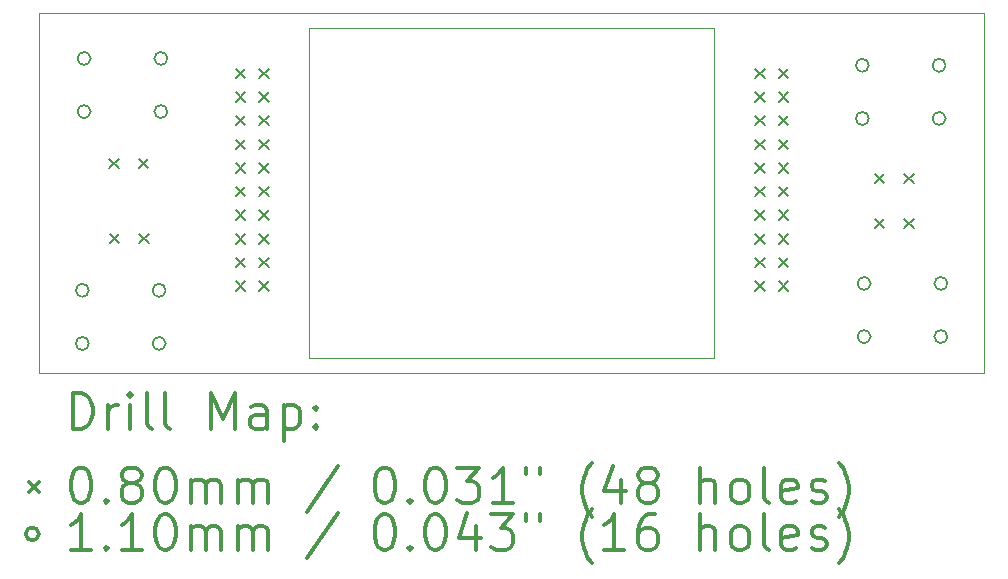
<source format=gbr>
%FSLAX45Y45*%
G04 Gerber Fmt 4.5, Leading zero omitted, Abs format (unit mm)*
G04 Created by KiCad (PCBNEW 5.1.5+dfsg1-2build2) date 2020-12-17 22:11:00*
%MOMM*%
%LPD*%
G04 APERTURE LIST*
%TA.AperFunction,Profile*%
%ADD10C,0.050000*%
%TD*%
%ADD11C,0.200000*%
%ADD12C,0.300000*%
G04 APERTURE END LIST*
D10*
X9017000Y-7747000D02*
X9017000Y-4953000D01*
X12446000Y-7747000D02*
X9017000Y-7747000D01*
X12446000Y-4953000D02*
X12446000Y-7747000D01*
X9017000Y-4953000D02*
X12446000Y-4953000D01*
X6731000Y-7874000D02*
X6731000Y-4826000D01*
X14732000Y-7874000D02*
X6731000Y-7874000D01*
X14732000Y-4826000D02*
X14732000Y-7874000D01*
X6731000Y-4826000D02*
X14732000Y-4826000D01*
D11*
X12796000Y-5294000D02*
X12876000Y-5374000D01*
X12876000Y-5294000D02*
X12796000Y-5374000D01*
X12796000Y-5494000D02*
X12876000Y-5574000D01*
X12876000Y-5494000D02*
X12796000Y-5574000D01*
X12796000Y-5694000D02*
X12876000Y-5774000D01*
X12876000Y-5694000D02*
X12796000Y-5774000D01*
X12796000Y-5894000D02*
X12876000Y-5974000D01*
X12876000Y-5894000D02*
X12796000Y-5974000D01*
X12796000Y-6094000D02*
X12876000Y-6174000D01*
X12876000Y-6094000D02*
X12796000Y-6174000D01*
X12796000Y-6294000D02*
X12876000Y-6374000D01*
X12876000Y-6294000D02*
X12796000Y-6374000D01*
X12796000Y-6494000D02*
X12876000Y-6574000D01*
X12876000Y-6494000D02*
X12796000Y-6574000D01*
X12796000Y-6694000D02*
X12876000Y-6774000D01*
X12876000Y-6694000D02*
X12796000Y-6774000D01*
X12796000Y-6894000D02*
X12876000Y-6974000D01*
X12876000Y-6894000D02*
X12796000Y-6974000D01*
X12796000Y-7094000D02*
X12876000Y-7174000D01*
X12876000Y-7094000D02*
X12796000Y-7174000D01*
X12996000Y-5294000D02*
X13076000Y-5374000D01*
X13076000Y-5294000D02*
X12996000Y-5374000D01*
X12996000Y-5494000D02*
X13076000Y-5574000D01*
X13076000Y-5494000D02*
X12996000Y-5574000D01*
X12996000Y-5694000D02*
X13076000Y-5774000D01*
X13076000Y-5694000D02*
X12996000Y-5774000D01*
X12996000Y-5894000D02*
X13076000Y-5974000D01*
X13076000Y-5894000D02*
X12996000Y-5974000D01*
X12996000Y-6094000D02*
X13076000Y-6174000D01*
X13076000Y-6094000D02*
X12996000Y-6174000D01*
X12996000Y-6294000D02*
X13076000Y-6374000D01*
X13076000Y-6294000D02*
X12996000Y-6374000D01*
X12996000Y-6494000D02*
X13076000Y-6574000D01*
X13076000Y-6494000D02*
X12996000Y-6574000D01*
X12996000Y-6694000D02*
X13076000Y-6774000D01*
X13076000Y-6694000D02*
X12996000Y-6774000D01*
X12996000Y-6894000D02*
X13076000Y-6974000D01*
X13076000Y-6894000D02*
X12996000Y-6974000D01*
X12996000Y-7094000D02*
X13076000Y-7174000D01*
X13076000Y-7094000D02*
X12996000Y-7174000D01*
X7330000Y-6691000D02*
X7410000Y-6771000D01*
X7410000Y-6691000D02*
X7330000Y-6771000D01*
X7580000Y-6691000D02*
X7660000Y-6771000D01*
X7660000Y-6691000D02*
X7580000Y-6771000D01*
X7326000Y-6056000D02*
X7406000Y-6136000D01*
X7406000Y-6056000D02*
X7326000Y-6136000D01*
X7576000Y-6056000D02*
X7656000Y-6136000D01*
X7656000Y-6056000D02*
X7576000Y-6136000D01*
X13807000Y-6183000D02*
X13887000Y-6263000D01*
X13887000Y-6183000D02*
X13807000Y-6263000D01*
X14057000Y-6183000D02*
X14137000Y-6263000D01*
X14137000Y-6183000D02*
X14057000Y-6263000D01*
X8396000Y-5294000D02*
X8476000Y-5374000D01*
X8476000Y-5294000D02*
X8396000Y-5374000D01*
X8396000Y-5494000D02*
X8476000Y-5574000D01*
X8476000Y-5494000D02*
X8396000Y-5574000D01*
X8396000Y-5694000D02*
X8476000Y-5774000D01*
X8476000Y-5694000D02*
X8396000Y-5774000D01*
X8396000Y-5894000D02*
X8476000Y-5974000D01*
X8476000Y-5894000D02*
X8396000Y-5974000D01*
X8396000Y-6094000D02*
X8476000Y-6174000D01*
X8476000Y-6094000D02*
X8396000Y-6174000D01*
X8396000Y-6294000D02*
X8476000Y-6374000D01*
X8476000Y-6294000D02*
X8396000Y-6374000D01*
X8396000Y-6494000D02*
X8476000Y-6574000D01*
X8476000Y-6494000D02*
X8396000Y-6574000D01*
X8396000Y-6694000D02*
X8476000Y-6774000D01*
X8476000Y-6694000D02*
X8396000Y-6774000D01*
X8396000Y-6894000D02*
X8476000Y-6974000D01*
X8476000Y-6894000D02*
X8396000Y-6974000D01*
X8396000Y-7094000D02*
X8476000Y-7174000D01*
X8476000Y-7094000D02*
X8396000Y-7174000D01*
X8596000Y-5294000D02*
X8676000Y-5374000D01*
X8676000Y-5294000D02*
X8596000Y-5374000D01*
X8596000Y-5494000D02*
X8676000Y-5574000D01*
X8676000Y-5494000D02*
X8596000Y-5574000D01*
X8596000Y-5694000D02*
X8676000Y-5774000D01*
X8676000Y-5694000D02*
X8596000Y-5774000D01*
X8596000Y-5894000D02*
X8676000Y-5974000D01*
X8676000Y-5894000D02*
X8596000Y-5974000D01*
X8596000Y-6094000D02*
X8676000Y-6174000D01*
X8676000Y-6094000D02*
X8596000Y-6174000D01*
X8596000Y-6294000D02*
X8676000Y-6374000D01*
X8676000Y-6294000D02*
X8596000Y-6374000D01*
X8596000Y-6494000D02*
X8676000Y-6574000D01*
X8676000Y-6494000D02*
X8596000Y-6574000D01*
X8596000Y-6694000D02*
X8676000Y-6774000D01*
X8676000Y-6694000D02*
X8596000Y-6774000D01*
X8596000Y-6894000D02*
X8676000Y-6974000D01*
X8676000Y-6894000D02*
X8596000Y-6974000D01*
X8596000Y-7094000D02*
X8676000Y-7174000D01*
X8676000Y-7094000D02*
X8596000Y-7174000D01*
X13807000Y-6564000D02*
X13887000Y-6644000D01*
X13887000Y-6564000D02*
X13807000Y-6644000D01*
X14057000Y-6564000D02*
X14137000Y-6644000D01*
X14137000Y-6564000D02*
X14057000Y-6644000D01*
X13756000Y-5265000D02*
G75*
G03X13756000Y-5265000I-55000J0D01*
G01*
X13756000Y-5715000D02*
G75*
G03X13756000Y-5715000I-55000J0D01*
G01*
X14406000Y-5265000D02*
G75*
G03X14406000Y-5265000I-55000J0D01*
G01*
X14406000Y-5715000D02*
G75*
G03X14406000Y-5715000I-55000J0D01*
G01*
X7167000Y-5207000D02*
G75*
G03X7167000Y-5207000I-55000J0D01*
G01*
X7167000Y-5657000D02*
G75*
G03X7167000Y-5657000I-55000J0D01*
G01*
X7817000Y-5207000D02*
G75*
G03X7817000Y-5207000I-55000J0D01*
G01*
X7817000Y-5657000D02*
G75*
G03X7817000Y-5657000I-55000J0D01*
G01*
X13771000Y-7112000D02*
G75*
G03X13771000Y-7112000I-55000J0D01*
G01*
X13771000Y-7562000D02*
G75*
G03X13771000Y-7562000I-55000J0D01*
G01*
X14421000Y-7112000D02*
G75*
G03X14421000Y-7112000I-55000J0D01*
G01*
X14421000Y-7562000D02*
G75*
G03X14421000Y-7562000I-55000J0D01*
G01*
X7152000Y-7170000D02*
G75*
G03X7152000Y-7170000I-55000J0D01*
G01*
X7152000Y-7620000D02*
G75*
G03X7152000Y-7620000I-55000J0D01*
G01*
X7802000Y-7170000D02*
G75*
G03X7802000Y-7170000I-55000J0D01*
G01*
X7802000Y-7620000D02*
G75*
G03X7802000Y-7620000I-55000J0D01*
G01*
D12*
X7014928Y-8342214D02*
X7014928Y-8042214D01*
X7086357Y-8042214D01*
X7129214Y-8056500D01*
X7157786Y-8085071D01*
X7172071Y-8113643D01*
X7186357Y-8170786D01*
X7186357Y-8213643D01*
X7172071Y-8270786D01*
X7157786Y-8299357D01*
X7129214Y-8327929D01*
X7086357Y-8342214D01*
X7014928Y-8342214D01*
X7314928Y-8342214D02*
X7314928Y-8142214D01*
X7314928Y-8199357D02*
X7329214Y-8170786D01*
X7343500Y-8156500D01*
X7372071Y-8142214D01*
X7400643Y-8142214D01*
X7500643Y-8342214D02*
X7500643Y-8142214D01*
X7500643Y-8042214D02*
X7486357Y-8056500D01*
X7500643Y-8070786D01*
X7514928Y-8056500D01*
X7500643Y-8042214D01*
X7500643Y-8070786D01*
X7686357Y-8342214D02*
X7657786Y-8327929D01*
X7643500Y-8299357D01*
X7643500Y-8042214D01*
X7843500Y-8342214D02*
X7814928Y-8327929D01*
X7800643Y-8299357D01*
X7800643Y-8042214D01*
X8186357Y-8342214D02*
X8186357Y-8042214D01*
X8286357Y-8256500D01*
X8386357Y-8042214D01*
X8386357Y-8342214D01*
X8657786Y-8342214D02*
X8657786Y-8185071D01*
X8643500Y-8156500D01*
X8614928Y-8142214D01*
X8557786Y-8142214D01*
X8529214Y-8156500D01*
X8657786Y-8327929D02*
X8629214Y-8342214D01*
X8557786Y-8342214D01*
X8529214Y-8327929D01*
X8514928Y-8299357D01*
X8514928Y-8270786D01*
X8529214Y-8242214D01*
X8557786Y-8227929D01*
X8629214Y-8227929D01*
X8657786Y-8213643D01*
X8800643Y-8142214D02*
X8800643Y-8442214D01*
X8800643Y-8156500D02*
X8829214Y-8142214D01*
X8886357Y-8142214D01*
X8914928Y-8156500D01*
X8929214Y-8170786D01*
X8943500Y-8199357D01*
X8943500Y-8285071D01*
X8929214Y-8313643D01*
X8914928Y-8327929D01*
X8886357Y-8342214D01*
X8829214Y-8342214D01*
X8800643Y-8327929D01*
X9072071Y-8313643D02*
X9086357Y-8327929D01*
X9072071Y-8342214D01*
X9057786Y-8327929D01*
X9072071Y-8313643D01*
X9072071Y-8342214D01*
X9072071Y-8156500D02*
X9086357Y-8170786D01*
X9072071Y-8185071D01*
X9057786Y-8170786D01*
X9072071Y-8156500D01*
X9072071Y-8185071D01*
X6648500Y-8796500D02*
X6728500Y-8876500D01*
X6728500Y-8796500D02*
X6648500Y-8876500D01*
X7072071Y-8672214D02*
X7100643Y-8672214D01*
X7129214Y-8686500D01*
X7143500Y-8700786D01*
X7157786Y-8729357D01*
X7172071Y-8786500D01*
X7172071Y-8857929D01*
X7157786Y-8915072D01*
X7143500Y-8943643D01*
X7129214Y-8957929D01*
X7100643Y-8972214D01*
X7072071Y-8972214D01*
X7043500Y-8957929D01*
X7029214Y-8943643D01*
X7014928Y-8915072D01*
X7000643Y-8857929D01*
X7000643Y-8786500D01*
X7014928Y-8729357D01*
X7029214Y-8700786D01*
X7043500Y-8686500D01*
X7072071Y-8672214D01*
X7300643Y-8943643D02*
X7314928Y-8957929D01*
X7300643Y-8972214D01*
X7286357Y-8957929D01*
X7300643Y-8943643D01*
X7300643Y-8972214D01*
X7486357Y-8800786D02*
X7457786Y-8786500D01*
X7443500Y-8772214D01*
X7429214Y-8743643D01*
X7429214Y-8729357D01*
X7443500Y-8700786D01*
X7457786Y-8686500D01*
X7486357Y-8672214D01*
X7543500Y-8672214D01*
X7572071Y-8686500D01*
X7586357Y-8700786D01*
X7600643Y-8729357D01*
X7600643Y-8743643D01*
X7586357Y-8772214D01*
X7572071Y-8786500D01*
X7543500Y-8800786D01*
X7486357Y-8800786D01*
X7457786Y-8815072D01*
X7443500Y-8829357D01*
X7429214Y-8857929D01*
X7429214Y-8915072D01*
X7443500Y-8943643D01*
X7457786Y-8957929D01*
X7486357Y-8972214D01*
X7543500Y-8972214D01*
X7572071Y-8957929D01*
X7586357Y-8943643D01*
X7600643Y-8915072D01*
X7600643Y-8857929D01*
X7586357Y-8829357D01*
X7572071Y-8815072D01*
X7543500Y-8800786D01*
X7786357Y-8672214D02*
X7814928Y-8672214D01*
X7843500Y-8686500D01*
X7857786Y-8700786D01*
X7872071Y-8729357D01*
X7886357Y-8786500D01*
X7886357Y-8857929D01*
X7872071Y-8915072D01*
X7857786Y-8943643D01*
X7843500Y-8957929D01*
X7814928Y-8972214D01*
X7786357Y-8972214D01*
X7757786Y-8957929D01*
X7743500Y-8943643D01*
X7729214Y-8915072D01*
X7714928Y-8857929D01*
X7714928Y-8786500D01*
X7729214Y-8729357D01*
X7743500Y-8700786D01*
X7757786Y-8686500D01*
X7786357Y-8672214D01*
X8014928Y-8972214D02*
X8014928Y-8772214D01*
X8014928Y-8800786D02*
X8029214Y-8786500D01*
X8057786Y-8772214D01*
X8100643Y-8772214D01*
X8129214Y-8786500D01*
X8143500Y-8815072D01*
X8143500Y-8972214D01*
X8143500Y-8815072D02*
X8157786Y-8786500D01*
X8186357Y-8772214D01*
X8229214Y-8772214D01*
X8257786Y-8786500D01*
X8272071Y-8815072D01*
X8272071Y-8972214D01*
X8414928Y-8972214D02*
X8414928Y-8772214D01*
X8414928Y-8800786D02*
X8429214Y-8786500D01*
X8457786Y-8772214D01*
X8500643Y-8772214D01*
X8529214Y-8786500D01*
X8543500Y-8815072D01*
X8543500Y-8972214D01*
X8543500Y-8815072D02*
X8557786Y-8786500D01*
X8586357Y-8772214D01*
X8629214Y-8772214D01*
X8657786Y-8786500D01*
X8672071Y-8815072D01*
X8672071Y-8972214D01*
X9257786Y-8657929D02*
X9000643Y-9043643D01*
X9643500Y-8672214D02*
X9672071Y-8672214D01*
X9700643Y-8686500D01*
X9714928Y-8700786D01*
X9729214Y-8729357D01*
X9743500Y-8786500D01*
X9743500Y-8857929D01*
X9729214Y-8915072D01*
X9714928Y-8943643D01*
X9700643Y-8957929D01*
X9672071Y-8972214D01*
X9643500Y-8972214D01*
X9614928Y-8957929D01*
X9600643Y-8943643D01*
X9586357Y-8915072D01*
X9572071Y-8857929D01*
X9572071Y-8786500D01*
X9586357Y-8729357D01*
X9600643Y-8700786D01*
X9614928Y-8686500D01*
X9643500Y-8672214D01*
X9872071Y-8943643D02*
X9886357Y-8957929D01*
X9872071Y-8972214D01*
X9857786Y-8957929D01*
X9872071Y-8943643D01*
X9872071Y-8972214D01*
X10072071Y-8672214D02*
X10100643Y-8672214D01*
X10129214Y-8686500D01*
X10143500Y-8700786D01*
X10157786Y-8729357D01*
X10172071Y-8786500D01*
X10172071Y-8857929D01*
X10157786Y-8915072D01*
X10143500Y-8943643D01*
X10129214Y-8957929D01*
X10100643Y-8972214D01*
X10072071Y-8972214D01*
X10043500Y-8957929D01*
X10029214Y-8943643D01*
X10014928Y-8915072D01*
X10000643Y-8857929D01*
X10000643Y-8786500D01*
X10014928Y-8729357D01*
X10029214Y-8700786D01*
X10043500Y-8686500D01*
X10072071Y-8672214D01*
X10272071Y-8672214D02*
X10457786Y-8672214D01*
X10357786Y-8786500D01*
X10400643Y-8786500D01*
X10429214Y-8800786D01*
X10443500Y-8815072D01*
X10457786Y-8843643D01*
X10457786Y-8915072D01*
X10443500Y-8943643D01*
X10429214Y-8957929D01*
X10400643Y-8972214D01*
X10314928Y-8972214D01*
X10286357Y-8957929D01*
X10272071Y-8943643D01*
X10743500Y-8972214D02*
X10572071Y-8972214D01*
X10657786Y-8972214D02*
X10657786Y-8672214D01*
X10629214Y-8715072D01*
X10600643Y-8743643D01*
X10572071Y-8757929D01*
X10857786Y-8672214D02*
X10857786Y-8729357D01*
X10972071Y-8672214D02*
X10972071Y-8729357D01*
X11414928Y-9086500D02*
X11400643Y-9072214D01*
X11372071Y-9029357D01*
X11357786Y-9000786D01*
X11343500Y-8957929D01*
X11329214Y-8886500D01*
X11329214Y-8829357D01*
X11343500Y-8757929D01*
X11357786Y-8715072D01*
X11372071Y-8686500D01*
X11400643Y-8643643D01*
X11414928Y-8629357D01*
X11657786Y-8772214D02*
X11657786Y-8972214D01*
X11586357Y-8657929D02*
X11514928Y-8872214D01*
X11700643Y-8872214D01*
X11857786Y-8800786D02*
X11829214Y-8786500D01*
X11814928Y-8772214D01*
X11800643Y-8743643D01*
X11800643Y-8729357D01*
X11814928Y-8700786D01*
X11829214Y-8686500D01*
X11857786Y-8672214D01*
X11914928Y-8672214D01*
X11943500Y-8686500D01*
X11957786Y-8700786D01*
X11972071Y-8729357D01*
X11972071Y-8743643D01*
X11957786Y-8772214D01*
X11943500Y-8786500D01*
X11914928Y-8800786D01*
X11857786Y-8800786D01*
X11829214Y-8815072D01*
X11814928Y-8829357D01*
X11800643Y-8857929D01*
X11800643Y-8915072D01*
X11814928Y-8943643D01*
X11829214Y-8957929D01*
X11857786Y-8972214D01*
X11914928Y-8972214D01*
X11943500Y-8957929D01*
X11957786Y-8943643D01*
X11972071Y-8915072D01*
X11972071Y-8857929D01*
X11957786Y-8829357D01*
X11943500Y-8815072D01*
X11914928Y-8800786D01*
X12329214Y-8972214D02*
X12329214Y-8672214D01*
X12457786Y-8972214D02*
X12457786Y-8815072D01*
X12443500Y-8786500D01*
X12414928Y-8772214D01*
X12372071Y-8772214D01*
X12343500Y-8786500D01*
X12329214Y-8800786D01*
X12643500Y-8972214D02*
X12614928Y-8957929D01*
X12600643Y-8943643D01*
X12586357Y-8915072D01*
X12586357Y-8829357D01*
X12600643Y-8800786D01*
X12614928Y-8786500D01*
X12643500Y-8772214D01*
X12686357Y-8772214D01*
X12714928Y-8786500D01*
X12729214Y-8800786D01*
X12743500Y-8829357D01*
X12743500Y-8915072D01*
X12729214Y-8943643D01*
X12714928Y-8957929D01*
X12686357Y-8972214D01*
X12643500Y-8972214D01*
X12914928Y-8972214D02*
X12886357Y-8957929D01*
X12872071Y-8929357D01*
X12872071Y-8672214D01*
X13143500Y-8957929D02*
X13114928Y-8972214D01*
X13057786Y-8972214D01*
X13029214Y-8957929D01*
X13014928Y-8929357D01*
X13014928Y-8815072D01*
X13029214Y-8786500D01*
X13057786Y-8772214D01*
X13114928Y-8772214D01*
X13143500Y-8786500D01*
X13157786Y-8815072D01*
X13157786Y-8843643D01*
X13014928Y-8872214D01*
X13272071Y-8957929D02*
X13300643Y-8972214D01*
X13357786Y-8972214D01*
X13386357Y-8957929D01*
X13400643Y-8929357D01*
X13400643Y-8915072D01*
X13386357Y-8886500D01*
X13357786Y-8872214D01*
X13314928Y-8872214D01*
X13286357Y-8857929D01*
X13272071Y-8829357D01*
X13272071Y-8815072D01*
X13286357Y-8786500D01*
X13314928Y-8772214D01*
X13357786Y-8772214D01*
X13386357Y-8786500D01*
X13500643Y-9086500D02*
X13514928Y-9072214D01*
X13543500Y-9029357D01*
X13557786Y-9000786D01*
X13572071Y-8957929D01*
X13586357Y-8886500D01*
X13586357Y-8829357D01*
X13572071Y-8757929D01*
X13557786Y-8715072D01*
X13543500Y-8686500D01*
X13514928Y-8643643D01*
X13500643Y-8629357D01*
X6728500Y-9232500D02*
G75*
G03X6728500Y-9232500I-55000J0D01*
G01*
X7172071Y-9368214D02*
X7000643Y-9368214D01*
X7086357Y-9368214D02*
X7086357Y-9068214D01*
X7057786Y-9111072D01*
X7029214Y-9139643D01*
X7000643Y-9153929D01*
X7300643Y-9339643D02*
X7314928Y-9353929D01*
X7300643Y-9368214D01*
X7286357Y-9353929D01*
X7300643Y-9339643D01*
X7300643Y-9368214D01*
X7600643Y-9368214D02*
X7429214Y-9368214D01*
X7514928Y-9368214D02*
X7514928Y-9068214D01*
X7486357Y-9111072D01*
X7457786Y-9139643D01*
X7429214Y-9153929D01*
X7786357Y-9068214D02*
X7814928Y-9068214D01*
X7843500Y-9082500D01*
X7857786Y-9096786D01*
X7872071Y-9125357D01*
X7886357Y-9182500D01*
X7886357Y-9253929D01*
X7872071Y-9311072D01*
X7857786Y-9339643D01*
X7843500Y-9353929D01*
X7814928Y-9368214D01*
X7786357Y-9368214D01*
X7757786Y-9353929D01*
X7743500Y-9339643D01*
X7729214Y-9311072D01*
X7714928Y-9253929D01*
X7714928Y-9182500D01*
X7729214Y-9125357D01*
X7743500Y-9096786D01*
X7757786Y-9082500D01*
X7786357Y-9068214D01*
X8014928Y-9368214D02*
X8014928Y-9168214D01*
X8014928Y-9196786D02*
X8029214Y-9182500D01*
X8057786Y-9168214D01*
X8100643Y-9168214D01*
X8129214Y-9182500D01*
X8143500Y-9211072D01*
X8143500Y-9368214D01*
X8143500Y-9211072D02*
X8157786Y-9182500D01*
X8186357Y-9168214D01*
X8229214Y-9168214D01*
X8257786Y-9182500D01*
X8272071Y-9211072D01*
X8272071Y-9368214D01*
X8414928Y-9368214D02*
X8414928Y-9168214D01*
X8414928Y-9196786D02*
X8429214Y-9182500D01*
X8457786Y-9168214D01*
X8500643Y-9168214D01*
X8529214Y-9182500D01*
X8543500Y-9211072D01*
X8543500Y-9368214D01*
X8543500Y-9211072D02*
X8557786Y-9182500D01*
X8586357Y-9168214D01*
X8629214Y-9168214D01*
X8657786Y-9182500D01*
X8672071Y-9211072D01*
X8672071Y-9368214D01*
X9257786Y-9053929D02*
X9000643Y-9439643D01*
X9643500Y-9068214D02*
X9672071Y-9068214D01*
X9700643Y-9082500D01*
X9714928Y-9096786D01*
X9729214Y-9125357D01*
X9743500Y-9182500D01*
X9743500Y-9253929D01*
X9729214Y-9311072D01*
X9714928Y-9339643D01*
X9700643Y-9353929D01*
X9672071Y-9368214D01*
X9643500Y-9368214D01*
X9614928Y-9353929D01*
X9600643Y-9339643D01*
X9586357Y-9311072D01*
X9572071Y-9253929D01*
X9572071Y-9182500D01*
X9586357Y-9125357D01*
X9600643Y-9096786D01*
X9614928Y-9082500D01*
X9643500Y-9068214D01*
X9872071Y-9339643D02*
X9886357Y-9353929D01*
X9872071Y-9368214D01*
X9857786Y-9353929D01*
X9872071Y-9339643D01*
X9872071Y-9368214D01*
X10072071Y-9068214D02*
X10100643Y-9068214D01*
X10129214Y-9082500D01*
X10143500Y-9096786D01*
X10157786Y-9125357D01*
X10172071Y-9182500D01*
X10172071Y-9253929D01*
X10157786Y-9311072D01*
X10143500Y-9339643D01*
X10129214Y-9353929D01*
X10100643Y-9368214D01*
X10072071Y-9368214D01*
X10043500Y-9353929D01*
X10029214Y-9339643D01*
X10014928Y-9311072D01*
X10000643Y-9253929D01*
X10000643Y-9182500D01*
X10014928Y-9125357D01*
X10029214Y-9096786D01*
X10043500Y-9082500D01*
X10072071Y-9068214D01*
X10429214Y-9168214D02*
X10429214Y-9368214D01*
X10357786Y-9053929D02*
X10286357Y-9268214D01*
X10472071Y-9268214D01*
X10557786Y-9068214D02*
X10743500Y-9068214D01*
X10643500Y-9182500D01*
X10686357Y-9182500D01*
X10714928Y-9196786D01*
X10729214Y-9211072D01*
X10743500Y-9239643D01*
X10743500Y-9311072D01*
X10729214Y-9339643D01*
X10714928Y-9353929D01*
X10686357Y-9368214D01*
X10600643Y-9368214D01*
X10572071Y-9353929D01*
X10557786Y-9339643D01*
X10857786Y-9068214D02*
X10857786Y-9125357D01*
X10972071Y-9068214D02*
X10972071Y-9125357D01*
X11414928Y-9482500D02*
X11400643Y-9468214D01*
X11372071Y-9425357D01*
X11357786Y-9396786D01*
X11343500Y-9353929D01*
X11329214Y-9282500D01*
X11329214Y-9225357D01*
X11343500Y-9153929D01*
X11357786Y-9111072D01*
X11372071Y-9082500D01*
X11400643Y-9039643D01*
X11414928Y-9025357D01*
X11686357Y-9368214D02*
X11514928Y-9368214D01*
X11600643Y-9368214D02*
X11600643Y-9068214D01*
X11572071Y-9111072D01*
X11543500Y-9139643D01*
X11514928Y-9153929D01*
X11943500Y-9068214D02*
X11886357Y-9068214D01*
X11857786Y-9082500D01*
X11843500Y-9096786D01*
X11814928Y-9139643D01*
X11800643Y-9196786D01*
X11800643Y-9311072D01*
X11814928Y-9339643D01*
X11829214Y-9353929D01*
X11857786Y-9368214D01*
X11914928Y-9368214D01*
X11943500Y-9353929D01*
X11957786Y-9339643D01*
X11972071Y-9311072D01*
X11972071Y-9239643D01*
X11957786Y-9211072D01*
X11943500Y-9196786D01*
X11914928Y-9182500D01*
X11857786Y-9182500D01*
X11829214Y-9196786D01*
X11814928Y-9211072D01*
X11800643Y-9239643D01*
X12329214Y-9368214D02*
X12329214Y-9068214D01*
X12457786Y-9368214D02*
X12457786Y-9211072D01*
X12443500Y-9182500D01*
X12414928Y-9168214D01*
X12372071Y-9168214D01*
X12343500Y-9182500D01*
X12329214Y-9196786D01*
X12643500Y-9368214D02*
X12614928Y-9353929D01*
X12600643Y-9339643D01*
X12586357Y-9311072D01*
X12586357Y-9225357D01*
X12600643Y-9196786D01*
X12614928Y-9182500D01*
X12643500Y-9168214D01*
X12686357Y-9168214D01*
X12714928Y-9182500D01*
X12729214Y-9196786D01*
X12743500Y-9225357D01*
X12743500Y-9311072D01*
X12729214Y-9339643D01*
X12714928Y-9353929D01*
X12686357Y-9368214D01*
X12643500Y-9368214D01*
X12914928Y-9368214D02*
X12886357Y-9353929D01*
X12872071Y-9325357D01*
X12872071Y-9068214D01*
X13143500Y-9353929D02*
X13114928Y-9368214D01*
X13057786Y-9368214D01*
X13029214Y-9353929D01*
X13014928Y-9325357D01*
X13014928Y-9211072D01*
X13029214Y-9182500D01*
X13057786Y-9168214D01*
X13114928Y-9168214D01*
X13143500Y-9182500D01*
X13157786Y-9211072D01*
X13157786Y-9239643D01*
X13014928Y-9268214D01*
X13272071Y-9353929D02*
X13300643Y-9368214D01*
X13357786Y-9368214D01*
X13386357Y-9353929D01*
X13400643Y-9325357D01*
X13400643Y-9311072D01*
X13386357Y-9282500D01*
X13357786Y-9268214D01*
X13314928Y-9268214D01*
X13286357Y-9253929D01*
X13272071Y-9225357D01*
X13272071Y-9211072D01*
X13286357Y-9182500D01*
X13314928Y-9168214D01*
X13357786Y-9168214D01*
X13386357Y-9182500D01*
X13500643Y-9482500D02*
X13514928Y-9468214D01*
X13543500Y-9425357D01*
X13557786Y-9396786D01*
X13572071Y-9353929D01*
X13586357Y-9282500D01*
X13586357Y-9225357D01*
X13572071Y-9153929D01*
X13557786Y-9111072D01*
X13543500Y-9082500D01*
X13514928Y-9039643D01*
X13500643Y-9025357D01*
M02*

</source>
